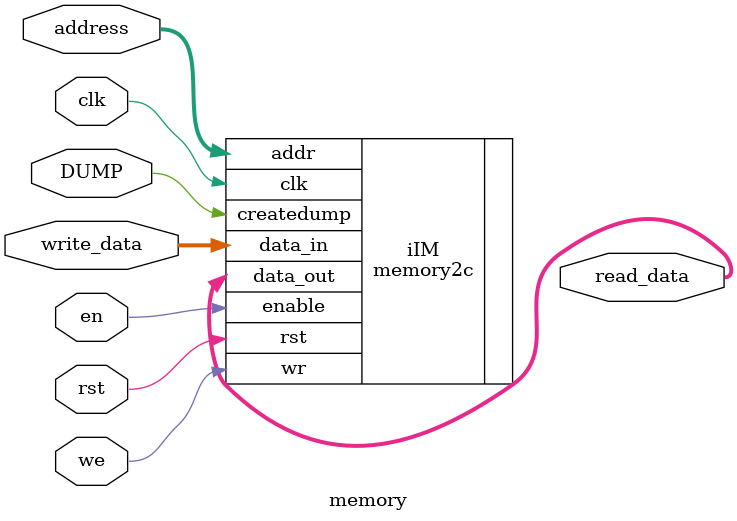
<source format=v>
/*
   CS/ECE 552 Spring '22
  
   Filename        : memory.v
   Description     : This module contains all components in the Memory stage of the 
                     processor.
   Author          : Henry Wysong-Grass
   Date            : 2024-10-09
   Tested?         : NO
*/
`default_nettype none
module memory (clk, rst, we, address, write_data, DUMP, read_data, en);
   //Module Inputs
   input wire clk;
   input wire rst;
   input wire we;
   input wire en;
   input wire [15:0]address;
   input wire [15:0]write_data;
   input wire DUMP;
   
   //Module Outputs
   output wire [15:0]read_data;


   /////////////////////////////////
   // INSTANTIATE EXTERN. MODULES //
   /////////////////////////////////

   //memory2c is Memory and outputs values pointed to be address
   memory2c iIM(.data_out(read_data), .data_in(write_data), .addr(address), .enable(en), 
                .wr(we), .createdump(DUMP), .clk(clk), .rst(rst));


endmodule
`default_nettype wire

</source>
